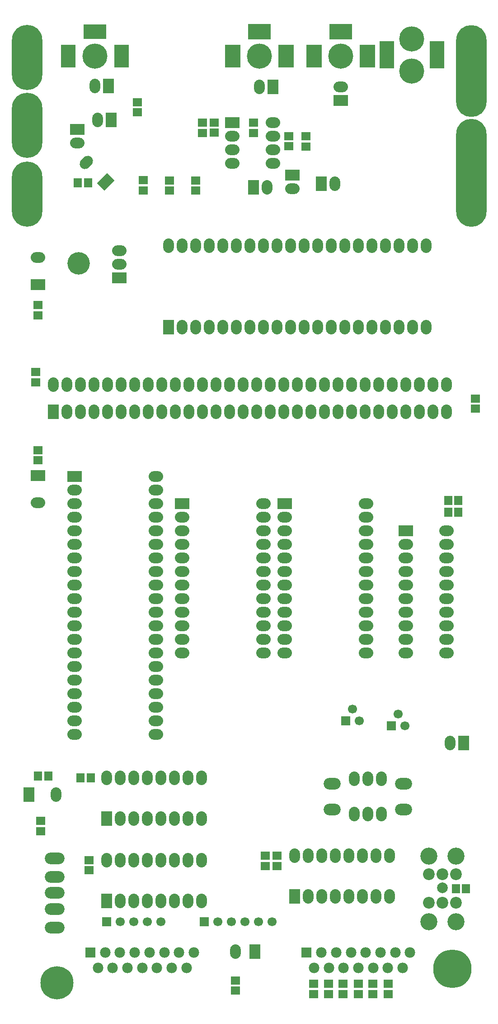
<source format=gbs>
G04 DipTrace 3.3.1.3*
G04 bottom_mask_dendy_junior_MG-02_rev_2.2.gbs*
%MOMM*%
G04 #@! TF.FileFunction,Soldermask,Bot*
G04 #@! TF.Part,Single*
%AMOUTLINE1*
4,1,16,
0.96258,-0.45164,
1.19378,-0.08364,
1.24373,0.35975,
1.09638,0.78087,
0.78087,1.09638,
0.35975,1.24373,
-0.08364,1.19378,
-0.45164,0.96258,
-0.96258,0.45164,
-1.19378,0.08364,
-1.24373,-0.35975,
-1.09638,-0.78087,
-0.78087,-1.09638,
-0.35975,-1.24373,
0.08364,-1.19378,
0.45164,-0.96258,
0.96258,-0.45164,
0*%
%AMOUTLINE4*
4,1,4,
-0.2475,-1.66169,
-1.66169,-0.2475,
0.2475,1.66169,
1.66169,0.2475,
-0.2475,-1.66169,
0*%
%AMOUTLINE7*
4,1,4,
1.0,-1.35,
-1.0,-1.35,
-1.0,1.35,
1.0,1.35,
1.0,-1.35,
0*%
%AMOUTLINE10*
4,1,16,
1.0,0.36127,
0.90328,0.78501,
0.62509,1.13383,
0.22309,1.32743,
-0.22309,1.32743,
-0.62509,1.13383,
-0.90328,0.78501,
-1.0,0.36127,
-1.0,-0.36127,
-0.90328,-0.78501,
-0.62509,-1.13383,
-0.22309,-1.32743,
0.22309,-1.32743,
0.62509,-1.13383,
0.90328,-0.78501,
1.0,-0.36127,
1.0,0.36127,
0*%
%AMOUTLINE13*
4,1,4,
2.1,-1.4,
-2.1,-1.4,
-2.1,1.4,
2.1,1.4,
2.1,-1.4,
0*%
%AMOUTLINE16*
4,1,4,
1.4,2.1,
1.4,-2.1,
-1.4,-2.1,
-1.4,2.1,
1.4,2.1,
0*%
%ADD19C,2.0*%
%ADD58C,0.9*%
%ADD68C,3.2*%
%ADD70C,2.2*%
%ADD72O,3.2X2.2*%
%ADD74O,3.7X2.2*%
%ADD76O,5.7X20.2*%
%ADD78C,4.2*%
%ADD80O,5.7X17.2*%
%ADD82C,7.2*%
%ADD84O,5.7X12.2*%
%ADD86C,6.2*%
%ADD88R,2.7X5.2*%
%ADD90C,4.7*%
%ADD92R,2.8X4.2*%
%ADD94R,4.2X2.8*%
%ADD98C,1.7*%
%ADD100R,1.7X1.7*%
%ADD102C,1.978*%
%ADD104R,1.978X1.978*%
%ADD106R,1.7X1.5*%
%ADD108O,2.7X2.0*%
%ADD110R,2.7X2.0*%
%ADD112O,2.0X2.7*%
%ADD114R,2.0X2.7*%
%ADD118R,1.5X1.7*%
%ADD132OUTLINE1*%
%ADD135OUTLINE4*%
%ADD138OUTLINE7*%
%ADD141OUTLINE10*%
%ADD144OUTLINE13*%
%ADD147OUTLINE16*%
%FSLAX35Y35*%
G04*
G71*
G90*
G75*
G01*
G04 BotMask*
%LPD*%
D58*
X9367003Y2158997D3*
Y1619190D3*
X9636907Y1889093D3*
X9097100D3*
X9541647Y1682697D3*
X9573400Y2079613D3*
X9176483Y1682697D3*
Y2095490D3*
X1952600Y1857340D3*
Y1381040D3*
X2190750Y1619190D3*
X1730327D3*
X2111367Y1444547D3*
Y1777957D3*
X1793833Y1460423D3*
Y1777957D3*
D114*
X2921077Y18400827D3*
D112*
X2667073D3*
D114*
X6001150Y18384950D3*
D112*
X5747147D3*
D110*
X2333640Y17591117D3*
D108*
Y17337113D3*
D114*
X2968707Y17765760D3*
D112*
X2714703D3*
D110*
X6366313Y16733777D3*
D108*
Y16479773D3*
D114*
X9573403Y6112287D3*
D112*
X9319400D3*
D106*
X1603313Y11399217D3*
Y11589217D3*
D108*
X1603340Y10605410D3*
D110*
Y11113410D3*
D118*
X2540037Y16590887D3*
X2350037D3*
D132*
X2508283Y16971927D3*
D135*
X2867493Y16612713D3*
D106*
X5635987Y17717610D3*
Y17527610D3*
D138*
X5636073Y16511497D3*
D141*
X5890077D3*
D118*
X2587667Y5461343D3*
X2397667D3*
X9287880Y10430480D3*
X9477880D3*
D106*
X2555913Y3921307D3*
Y3731307D3*
X6080533Y4000690D3*
Y3810690D3*
D114*
X6906117Y16575010D3*
D112*
X7160120D3*
D110*
X7271293Y18130933D3*
D108*
Y18384937D3*
D106*
X1603313Y14304647D3*
Y14114647D3*
D108*
Y15193740D3*
D110*
Y14685740D3*
D118*
Y5493097D3*
X1793313D3*
D112*
X1936723Y5143810D3*
D114*
X1428723D3*
D106*
X1555683Y12860390D3*
Y13050390D3*
D118*
X9287620Y10653013D3*
X9477620D3*
D106*
X1650943Y4651633D3*
Y4461633D3*
X5858260Y4000690D3*
Y3810690D3*
X9795673Y12367693D3*
Y12557693D3*
D114*
X1889137Y12304173D3*
D112*
X2143137D3*
X2397093Y12304187D3*
X2651093D3*
X2905097D3*
X3159093D3*
X3413093D3*
X3667097D3*
X3921093D3*
X4175093D3*
X4429097D3*
X4683093D3*
X4937093D3*
X5191097D3*
X5445097D3*
X5699093D3*
X5953097D3*
X6207097D3*
X6461093D3*
X6715097D3*
X6969097D3*
X7223093D3*
X7477097D3*
X7731097D3*
X7985093D3*
X8239093D3*
X8493097D3*
X8747093D3*
X9001093D3*
X9255097D3*
Y12812187D3*
X9001093D3*
X8747093D3*
X8493097D3*
X8239093D3*
X7985093D3*
X7731097D3*
X7477097D3*
X7223093D3*
X6969097D3*
X6715097D3*
X6461093D3*
X6207097D3*
X5953097D3*
X5699093D3*
X5445097D3*
X5191097D3*
X4937093D3*
X4683093D3*
X4429097D3*
X4175093D3*
X3921093D3*
X3667097D3*
X3413093D3*
X3159093D3*
X2905097D3*
X2651093D3*
X2397093D3*
X2143097D3*
X1889093D3*
X7525310Y5445467D3*
X7779310D3*
X8033310D3*
X7525310Y4778647D3*
X7779310D3*
X8033310D3*
D104*
X2583430Y2189403D3*
D102*
X2860330D3*
X3137130D3*
X3414030D3*
X3690833D3*
X3967733D3*
X4244633D3*
X4521430D3*
X2723130Y1905003D3*
X2999930D3*
X3276830D3*
X3553627D3*
X3830527D3*
X4107427D3*
X4384230D3*
D104*
X6633590Y2189403D3*
D102*
X6910490D3*
X7187290D3*
X7464190D3*
X7740993D3*
X8017893D3*
X8294793D3*
X8571590D3*
X6773290Y1905003D3*
X7050090D3*
X7326990D3*
X7603787D3*
X7880687D3*
X8157587D3*
X8434390D3*
D100*
X2889323Y2762310D3*
D98*
X3143323D3*
X3397323D3*
X3651323D3*
X3905323D3*
D100*
X4715140D3*
D98*
X4969140D3*
X5223140D3*
X5477140D3*
X5731140D3*
X5985140D3*
D94*
X2667050Y19416933D3*
D92*
X2167050Y18966933D3*
X3167050D3*
D90*
X2667050D3*
D144*
X5747123Y19416933D3*
D147*
X5247123Y18966933D3*
X6247123D3*
D90*
X5747123D3*
D144*
X7271283Y19416933D3*
D147*
X6771283Y18966933D3*
X7771283D3*
D90*
X7271283D3*
X8604923Y18686607D3*
Y19286607D3*
D88*
X9073503Y18986423D3*
X8134923Y18986607D3*
D114*
X5667740Y2206627D3*
D86*
X1952600Y1619190D3*
D112*
X5302577Y2206627D3*
D84*
X1396917Y18940633D3*
D82*
X9367003Y1889093D3*
D84*
X1396917Y17670500D3*
Y16384490D3*
D80*
X9718007Y18686253D3*
D78*
X2365393Y15082603D3*
D76*
X9716290Y16781407D3*
D74*
X1917497Y3953060D3*
Y3602760D3*
Y3304960D3*
Y3003960D3*
Y2654860D3*
D100*
X8223883Y6429820D3*
D98*
X8350883Y6652020D3*
X8477883Y6429820D3*
D100*
X7366543Y6525080D3*
D98*
X7493543Y6747280D3*
X7620543Y6525080D3*
D72*
X7112517Y5350207D3*
Y4867607D3*
X8446157Y5350207D3*
Y4867607D3*
D106*
X4064197Y16638517D3*
Y16448517D3*
X3572020Y16639037D3*
Y16449037D3*
X4556373Y16638517D3*
Y16448517D3*
X4683387Y17527610D3*
Y17717610D3*
X6620340Y17273583D3*
Y17463583D3*
X4905660Y17718130D3*
Y17528130D3*
X6302807Y17464103D3*
Y17274103D3*
X8160377Y1412793D3*
Y1602793D3*
X7874597Y1412793D3*
Y1602793D3*
X6763230Y1413313D3*
Y1603313D3*
X7604693Y1412793D3*
Y1602793D3*
X7318913Y1412793D3*
Y1602793D3*
X7049010Y1412793D3*
Y1602793D3*
X3460883Y18099170D3*
Y17909170D3*
D118*
X9621030Y3381500D3*
X9431030D3*
D106*
X5302837Y1476560D3*
Y1666560D3*
D70*
X8922457Y3659313D3*
X9176457D3*
X9430457D3*
X8922457Y3124913D3*
X9176457D3*
X9430457D3*
D68*
X8922457Y2770213D3*
Y3992613D3*
X9430457D3*
Y2770213D3*
D19*
X9176457Y3397313D3*
D110*
X2286010Y11097560D3*
D108*
Y10843560D3*
Y10589560D3*
Y10335560D3*
Y10081560D3*
Y9827560D3*
Y9573560D3*
Y9319560D3*
Y9065560D3*
Y8811560D3*
Y8557560D3*
Y8303560D3*
Y8049560D3*
Y7795560D3*
Y7541560D3*
Y7287560D3*
Y7033563D3*
Y6779560D3*
Y6525560D3*
Y6271563D3*
X3810010D3*
Y6525560D3*
Y6779560D3*
Y7033563D3*
Y7287560D3*
Y7541560D3*
Y7795560D3*
Y8049560D3*
Y8303560D3*
Y8557560D3*
Y8811560D3*
Y9065560D3*
Y9319560D3*
Y9573560D3*
Y9827560D3*
Y10081560D3*
Y10335560D3*
Y10589560D3*
Y10843560D3*
Y11097560D3*
D114*
X4048320Y13891853D3*
D112*
X4302320D3*
X4556320D3*
X4810320D3*
X5064320D3*
X5318320D3*
X5572320D3*
X5826320D3*
X6080320D3*
X6334320D3*
X6588320D3*
X6842320D3*
X7096320D3*
X7350320D3*
X7604320D3*
X7858320D3*
X8112317D3*
X8366320D3*
X8620320D3*
X8874317D3*
Y15415853D3*
X8620320D3*
X8366320D3*
X8112317D3*
X7858320D3*
X7604320D3*
X7350320D3*
X7096320D3*
X6842320D3*
X6588320D3*
X6334320D3*
X6080320D3*
X5826320D3*
X5572320D3*
X5318320D3*
X5064320D3*
X4810320D3*
X4556320D3*
X4302320D3*
X4048320D3*
D114*
X2889377Y4699397D3*
D112*
X3143377D3*
X3397377D3*
X3651377D3*
X3905377D3*
X4159377D3*
X4413377D3*
X4667377D3*
Y5461397D3*
X4413377D3*
X4159377D3*
X3905377D3*
X3651377D3*
X3397377D3*
X3143377D3*
X2889377D3*
D110*
X8493787Y10081453D3*
D108*
Y9827453D3*
Y9573453D3*
Y9319453D3*
Y9065450D3*
Y8811450D3*
Y8557453D3*
Y8303450D3*
Y8049450D3*
Y7795453D3*
X9255787Y10081450D3*
Y9827450D3*
Y9573450D3*
Y9319453D3*
Y9065450D3*
Y8811450D3*
Y8557453D3*
Y8303450D3*
Y8049450D3*
Y7795453D3*
D114*
X2889377Y3159360D3*
D112*
X3143377D3*
X3397377D3*
X3651377D3*
X3905377D3*
X4159377D3*
X4413377D3*
X4667377D3*
Y3921360D3*
X4413377D3*
X4159377D3*
X3905377D3*
X3651377D3*
X3397377D3*
X3143377D3*
X2889377D3*
D114*
X6413943Y3238610D3*
D112*
X6667943D3*
X6921943D3*
X7175943D3*
X7429943D3*
X7683943D3*
X7937943D3*
X8191943D3*
Y4000610D3*
X7937943D3*
X7683943D3*
X7429943D3*
X7175943D3*
X6921943D3*
X6667943D3*
X6413943D3*
D110*
X3127473Y14812700D3*
D108*
Y15066700D3*
Y15320700D3*
D110*
X5239070Y17718130D3*
D108*
Y17464130D3*
Y17210130D3*
Y16956130D3*
X6001070D3*
Y17210130D3*
Y17464130D3*
Y17718130D3*
D110*
X4302347Y10589507D3*
D108*
Y10335507D3*
Y10081507D3*
Y9827507D3*
Y9573507D3*
Y9319507D3*
Y9065507D3*
Y8811507D3*
Y8557507D3*
Y8303507D3*
Y8049507D3*
Y7795507D3*
X5826347D3*
Y8049507D3*
Y8303507D3*
Y8557507D3*
Y8811507D3*
Y9065507D3*
Y9319507D3*
Y9573507D3*
Y9827507D3*
Y10081507D3*
Y10335507D3*
Y10589507D3*
D110*
X6223423D3*
D108*
Y10335507D3*
Y10081507D3*
Y9827507D3*
Y9573507D3*
Y9319507D3*
Y9065507D3*
Y8811507D3*
Y8557507D3*
Y8303507D3*
Y8049507D3*
Y7795507D3*
X7747423D3*
Y8049507D3*
Y8303507D3*
Y8557507D3*
Y8811507D3*
Y9065507D3*
Y9319507D3*
Y9573507D3*
Y9827507D3*
Y10081507D3*
Y10335507D3*
Y10589507D3*
M02*

</source>
